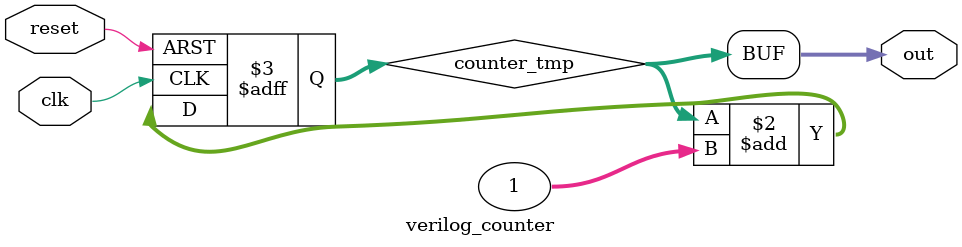
<source format=v>


module verilog_counter(
  input wire clk,
  input wire reset,
  output [128:0] out,
);
  reg [128:0] counter_tmp;
  always @ (posedge clk or posedge reset) begin
    if (reset) begin
      counter_tmp <= 0;
    end else begin
      counter_tmp <= counter_tmp + 1;
    end
  end

  assign out = counter_tmp;

endmodule

</source>
